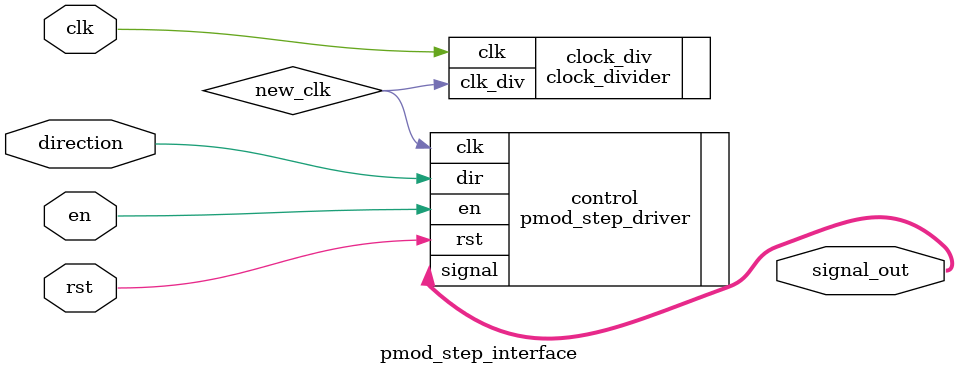
<source format=v>

module pmod_step_interface(
    input clk,
    input rst,
    input direction,
    input en,
    output [3:0] signal_out
    );
    
    wire new_clk;
    
    clock_divider #(.n(19)) clock_div(
        .clk(clk),
        .clk_div(new_clk)
        );
    
    pmod_step_driver control(
        .rst(rst),
        .dir(direction),
        .clk(new_clk),
        .en(en),
        .signal(signal_out)
        );    
    
endmodule

</source>
